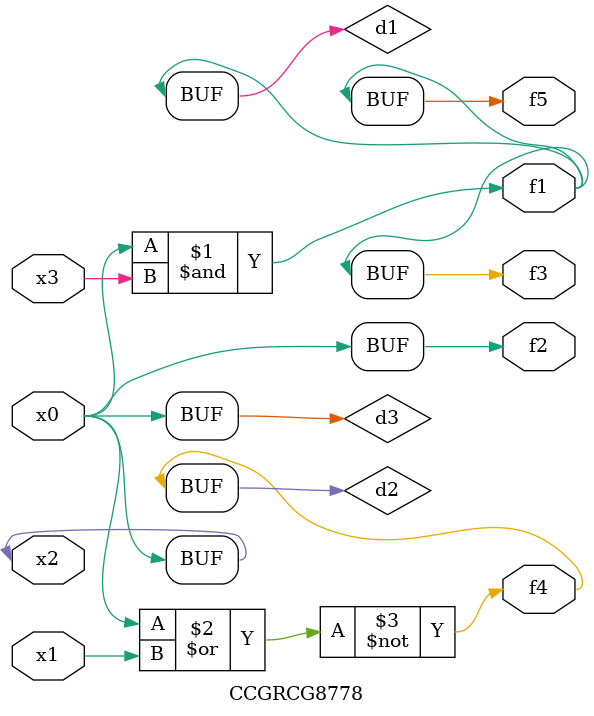
<source format=v>
module CCGRCG8778(
	input x0, x1, x2, x3,
	output f1, f2, f3, f4, f5
);

	wire d1, d2, d3;

	and (d1, x2, x3);
	nor (d2, x0, x1);
	buf (d3, x0, x2);
	assign f1 = d1;
	assign f2 = d3;
	assign f3 = d1;
	assign f4 = d2;
	assign f5 = d1;
endmodule

</source>
